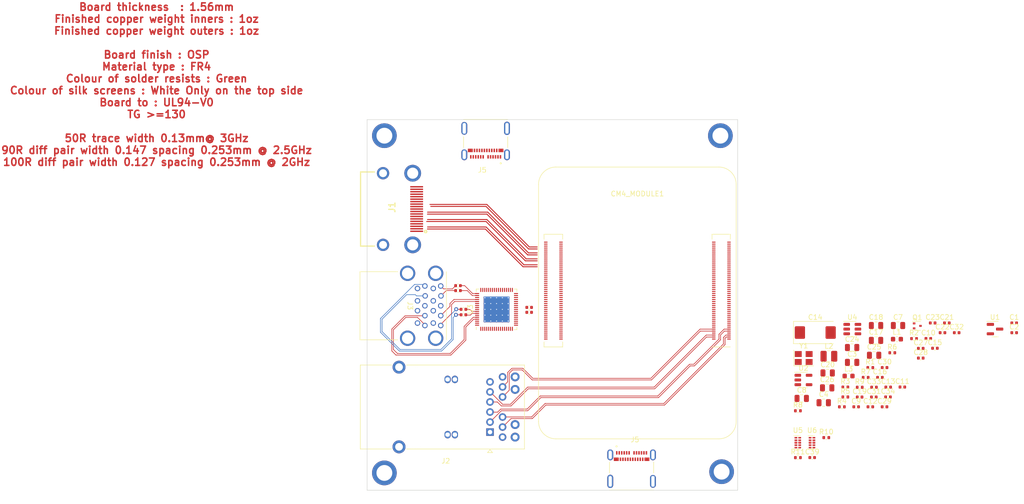
<source format=kicad_pcb>
(kicad_pcb (version 20211014) (generator pcbnew)
  (layers (0 "F.Cu" signal) (1 "In1.Cu" power) (2 "In2.Cu" power) (31 "B.Cu" signal) (34 "B.Paste" user) (35 "F.Paste" user) (36 "B.SilkS" user "B.Silkscreen") (37 "F.SilkS" user "F.Silkscreen") (38 "B.Mask" user) (39 "F.Mask" user) (44 "Edge.Cuts" user))
  (net 0 "")
  (net 132 "/CM4_docker1/CM4_HIGH_SPEED/HDMI0_CEC")
  (net 134 "/CM4_docker1/CM4_HIGH_SPEED/HDMI0_HOTPLUG")
  (net 151 "/CM4_docker1/CM4_HIGH_SPEED/HDMI0_D2_P")
  (net 153 "/CM4_docker1/CM4_HIGH_SPEED/HDMI0_D2_N")
  (net 157 "/CM4_docker1/CM4_HIGH_SPEED/HDMI0_D1_P")
  (net 159 "/CM4_docker1/CM4_HIGH_SPEED/HDMI0_D1_N")
  (net 163 "/CM4_docker1/CM4_HIGH_SPEED/HDMI0_D0_P")
  (net 165 "/CM4_docker1/CM4_HIGH_SPEED/HDMI0_D0_N")
  (net 169 "/CM4_docker1/CM4_HIGH_SPEED/HDMI0_CK_P")
  (net 171 "/CM4_docker1/CM4_HIGH_SPEED/HDMI0_CK_N")
  (net 180 "/CM4_docker1/CM4_HIGH_SPEED/HDMI0_SDA")
  (net 181 "/CM4_docker1/CM4_HIGH_SPEED/HDMI0_SCL")
  (net 182 "GND")
  (net 183 "/CM4_docker1/CM4_HIGH_SPEED/HDMI_5v")
  (net 185 "/CM4_docker1/CM4_HIGH_SPEED/+5v")
  (net 186 "/CM4_docker1/xHCI-USB3/+5v")
  (net 187 "/CM4_docker1/xHCI-USB3/+3.3v")
  (net 188 "/CM4_docker1/xHCI-USB3/A3.3v")
  (net 189 "Net-(C11-Pad1)")
  (net 190 "Net-(C12-Pad1)")
  (net 191 "Net-(C12-Pad2)")
  (net 192 "/CM4_docker1/xHCI-USB3/VBUS")
  (net 193 "Net-(C16-Pad1)")
  (net 194 "/CM4_docker1/xHCI-USB3/A1.05v")
  (net 195 "/CM4_docker1/xHCI-USB3/SSTX1_P")
  (net 196 "/CM4_docker1/xHCI-USB3/C1_P")
  (net 197 "/CM4_docker1/xHCI-USB3/SSTX1_N")
  (net 198 "/CM4_docker1/xHCI-USB3/C1_N")
  (net 199 "/CM4_docker1/xHCI-USB3/SSTX2_P")
  (net 200 "/CM4_docker1/xHCI-USB3/C2_P")
  (net 201 "/CM4_docker1/xHCI-USB3/SSTX2_N")
  (net 202 "/CM4_docker1/xHCI-USB3/C2_N")
  (net 203 "/CM4_docker1/xHCI-USB3/PD3_N")
  (net 204 "/CM4_docker1/xHCI-USB3/PD4_N")
  (net 205 "/CM4_docker1/xHCI-USB3/PD3_P")
  (net 206 "/CM4_docker1/xHCI-USB3/PD4_P")
  (net 207 "/CM4_docker1/xHCI-USB3/PD2_N")
  (net 208 "/CM4_docker1/xHCI-USB3/PD2_P")
  (net 209 "/CM4_docker1/xHCI-USB3/SSRX2_P")
  (net 210 "/CM4_docker1/xHCI-USB3/SSRX2_N")
  (net 211 "/CM4_docker1/xHCI-USB3/PD1_N")
  (net 212 "/CM4_docker1/xHCI-USB3/PD1_P")
  (net 213 "/CM4_docker1/xHCI-USB3/SSRX1_N")
  (net 214 "/CM4_docker1/xHCI-USB3/SSRX1_P")
  (net 215 "Net-(L2-Pad1)")
  (net 216 "/CM4_docker1/xHCI-USB3/nPWR")
  (net 217 "/CM4_docker1/xHCI-USB3/PWR")
  (net 218 "Net-(R1-Pad2)")
  (net 219 "/CM4_docker1/xHCI-USB3/nEXTRST")
  (net 220 "Net-(R5-Pad1)")
  (net 221 "Net-(R8-Pad1)")
  (net 222 "/CM4_docker1/xHCI-USB3/nOCS1")
  (net 242 "/CM4_docker1/CM4_HIGH_SPEED/PCIE_CLK_nREQ")
  (net 243 "/CM4_docker1/CM4_HIGH_SPEED/PCIE_nRST")
  (net 244 "/CM4_docker1/CM4_HIGH_SPEED/PCIE_CLK_P")
  (net 245 "/CM4_docker1/CM4_HIGH_SPEED/PCIE_CLK_N")
  (net 246 "/CM4_docker1/CM4_HIGH_SPEED/PCIE_RX_P")
  (net 247 "/CM4_docker1/CM4_HIGH_SPEED/PCIE_RX_N")
  (net 248 "/CM4_docker1/CM4_HIGH_SPEED/PCIE_TX_P")
  (net 249 "/CM4_docker1/CM4_HIGH_SPEED/PCIE_TX_N")
  (net 251 "/CM4_docker1/CM4_LOW_SPEED/TRD3_P")
  (net 252 "/CM4_docker1/CM4_LOW_SPEED/TRD1_P")
  (net 253 "/CM4_docker1/CM4_LOW_SPEED/TRD3_N")
  (net 254 "/CM4_docker1/CM4_LOW_SPEED/TRD1_N")
  (net 255 "/CM4_docker1/CM4_LOW_SPEED/TRD2_N")
  (net 256 "/CM4_docker1/CM4_LOW_SPEED/TRD0_N")
  (net 257 "/CM4_docker1/CM4_LOW_SPEED/TRD2_P")
  (net 258 "/CM4_docker1/CM4_LOW_SPEED/TRD0_P")
  (net 259 "/CM4_docker1/CM4_LOW_SPEED/ETH_LEDY")
  (net 260 "/CM4_docker1/CM4_LOW_SPEED/ETH_LEDG")
  (net 261 "/CM4_docker1/CM4_LOW_SPEED/+3.3v")
  (net 294 "Net-(C39-Pad1)")
  (net 295 "Net-(J2-Pad14)")
  (net 296 "Net-(J2-Pad15)")
  (net 297 "/CM4_docker1/xHCI-USB3/PEXTX_P")
  (net 298 "/CM4_docker1/xHCI-USB3/PEXTX_N")
  (footprint "Resistor_SMD:R_0402_1005Metric" (layer "F.Cu") (at 101.84 50.19)
    (fp_text reference "R1")
    (fp_text value "15K 1%")
  )
  (footprint "Capacitor_SMD:C_0402_1005Metric" (layer "F.Cu") (at 90.08 68.39)
    (fp_text reference "C39")
    (fp_text value "100n")
  )
  (footprint "Capacitor_SMD:C_0805_2012Metric" (layer "F.Cu") (at 103 41.67)
    (fp_text reference "C18")
    (fp_text value "10u")
  )
  (footprint "Capacitor_SMD:C_0402_1005Metric" (layer "F.Cu") (at 117.33 41.15)
    (fp_text reference "C21")
    (fp_text value "100n")
  )
  (footprint "Capacitor_SMD:C_0805_2012Metric" (layer "F.Cu") (at 92.41 57.29)
    (fp_text reference "C4")
    (fp_text value "10u")
  )
  (footprint "Capacitor_SMD:C_0402_1005Metric" (layer "F.Cu") (at 19.5 39.49)
    (fp_text reference "C38" hide)
    (fp_text value "100n")
  )
  (footprint "Capacitor_SMD:C_0402_1005Metric" (layer "F.Cu") (at 19.5 38.39)
    (fp_text reference "C37" hide)
    (fp_text value "100n")
  )
  (footprint "Connector_RJ:RJ45_Pulse_JK00177NL_Horizontal" (layer "F.Cu") (at 24.8775 63.2375 180)
    (fp_text reference "J2")
    (fp_text value "JK00177")
  )
  (footprint "Crystal:Crystal_SMD_SeikoEpson_FA238-4Pin_3.2x2.5mm" (layer "F.Cu") (at 88.36 48.24)
    (fp_text reference "Y1")
    (fp_text value "25MHz")
  )
  (footprint "Capacitor_SMD:C_0805_2012Metric" (layer "F.Cu") (at 102.61 47.69)
    (fp_text reference "C25")
    (fp_text value "10u")
  )
  (footprint "Resistor_SMD:R_0402_1005Metric" (layer "F.Cu") (at 99.7 54.17)
    (fp_text reference "R9")
    (fp_text value "15K 1%")
  )
  (footprint "Capacitor_SMD:C_0402_1005Metric" (layer "F.Cu") (at 32.8 39)
    (fp_text reference "C5" hide)
    (fp_text value "100n")
  )
  (footprint "Capacitor_Tantalum_SMD:CP_EIA-7343-31_Kemet-D" (layer "F.Cu") (at 90.705 43.09)
    (fp_text reference "C14")
    (fp_text value "100uF")
  )
  (footprint "CM4IO:Raspberry-Pi-4-Compute-Module" (layer "F.Cu") (at 71.2 13.1 180)
    (fp_text reference "CM4_MODULE1")
    (fp_text value "ComputeModule4-CM4")
  )
  (footprint "Package_SON:USON-10_2.5x1.0mm_P0.5mm" (layer "F.Cu") (at 87.17 65.38)
    (fp_text reference "U5")
    (fp_text value "TPD4EUSB30")
  )
  (footprint "CM4IO:MOLEX_105450-0101" (layer "F.Cu") (at 53.53 71.21)
    (fp_text reference "J5")
    (fp_text value "1054500101")
  )
  (footprint "Capacitor_SMD:C_0805_2012Metric" (layer "F.Cu") (at 98.16 49.13)
    (fp_text reference "C3")
    (fp_text value "10u")
  )
  (footprint "Capacitor_SMD:C_0402_1005Metric" (layer "F.Cu") (at 114.46 41.15)
    (fp_text reference "C23")
    (fp_text value "100n")
  )
  (footprint "CM4IO:MTCONN_UBAF30-D2011" (layer "F.Cu") (at 8.2 37.67 -90)
    (fp_text reference "J3")
    (fp_text value "USB3_A")
  )
  (footprint "Package_SON:USON-10_2.5x1.0mm_P0.5mm" (layer "F.Cu") (at 90.04 65.38)
    (fp_text reference "U6")
    (fp_text value "TPD4EUSB30")
  )
  (footprint "CM4IO:MOLEX_105450-0101" (layer "F.Cu") (at 23.99 3.7625 180)
    (fp_text reference "J5")
    (fp_text value "1054500101")
  )
  (footprint "Capacitor_SMD:C_0402_1005Metric" (layer "F.Cu") (at 102.59 54.16)
    (fp_text reference "C33")
    (fp_text value "100n")
  )
  (footprint "Capacitor_SMD:C_0402_1005Metric" (layer "F.Cu") (at 130.96 43.12)
    (fp_text reference "C2")
    (fp_text value "100n")
  )
  (footprint "Resistor_SMD:R_0402_1005Metric" (layer "F.Cu") (at 100.9 52.18)
    (fp_text reference "R7")
    (fp_text value "16K")
  )
  (footprint "Capacitor_SMD:C_0805_2012Metric" (layer "F.Cu") (at 103 44.68)
    (fp_text reference "C17")
    (fp_text value "10u")
  )
  (footprint "Capacitor_SMD:C_0402_1005Metric" (layer "F.Cu") (at 18.4 33.6)
    (fp_text reference "C35" hide)
    (fp_text value "100n")
  )
  (footprint "Capacitor_SMD:C_0402_1005Metric" (layer "F.Cu") (at 99.68 56.15)
    (fp_text reference "C19")
    (fp_text value "100n")
  )
  (footprint "Package_TO_SOT_SMD:SOT-23" (layer "F.Cu") (at 127.08 42.39)
    (fp_text reference "U1")
    (fp_text value "RT9742SNGV")
  )
  (footprint "Resistor_SMD:R_0402_1005Metric" (layer "F.Cu") (at 96.79 56.13)
    (fp_text reference "R5")
    (fp_text value "15K 1%")
  )
  (footprint "Resistor_SMD:R_0402_1005Metric" (layer "F.Cu") (at 96.79 54.14)
    (fp_text reference "R3")
    (fp_text value "15K 1%")
  )
  (footprint "Capacitor_SMD:C_0402_1005Metric" (layer "F.Cu") (at 104.73 50.18)
    (fp_text reference "C30")
    (fp_text value "100n")
  )
  (footprint "Resistor_SMD:R_0402_1005Metric" (layer "F.Cu") (at 106.29 47.18)
    (fp_text reference "R6")
    (fp_text value "12K 1%")
  )
  (footprint "Resistor_SMD:R_0402_1005Metric" (layer "F.Cu") (at 110.69 44.31)
    (fp_text reference "R2")
    (fp_text value "15K 1%")
  )
  (footprint "Capacitor_SMD:C_0402_1005Metric" (layer "F.Cu") (at 104.72 58.12)
    (fp_text reference "C29")
    (fp_text value "100n")
  )
  (footprint "Package_TO_SOT_SMD:SOT-23-6" (layer "F.Cu") (at 98.2 42.39)
    (fp_text reference "U4")
    (fp_text value "AP22653W6")
  )
  (footprint "Capacitor_SMD:C_0402_1005Metric" (layer "F.Cu") (at 18.4 34.6)
    (fp_text reference "C36" hide)
    (fp_text value "100n")
  )
  (footprint "Package_TO_SOT_SMD:SOT-523" (layer "F.Cu") (at 111.35 41.74)
    (fp_text reference "Q1")
    (fp_text value "DMG1012T")
  )
  (footprint "Capacitor_SMD:C_0805_2012Metric" (layer "F.Cu") (at 93.21 51.27)
    (fp_text reference "C20")
    (fp_text value "10u")
  )
  (footprint "Capacitor_SMD:C_0402_1005Metric" (layer "F.Cu") (at 98.98 58.12)
    (fp_text reference "C9")
    (fp_text value "100n")
  )
  (footprint "CM4IO:685119134923" (layer "F.Cu") (at 10.8285 18.0925 -90)
    (fp_text reference "J1")
    (fp_text value "HDMI" hide)
  )
  (footprint "Capacitor_SMD:C_0402_1005Metric" (layer "F.Cu") (at 112.05 46.29)
    (fp_text reference "C27")
    (fp_text value "100n")
  )
  (footprint "Capacitor_SMD:C_0402_1005Metric" (layer "F.Cu") (at 130.96 41.15)
    (fp_text reference "C1")
    (fp_text value "100n")
  )
  (footprint "Capacitor_SMD:C_0805_2012Metric" (layer "F.Cu") (at 87.96 56.42)
    (fp_text reference "C8")
    (fp_text value "10u")
  )
  (footprint "Capacitor_SMD:C_0402_1005Metric" (layer "F.Cu") (at 108.33 54.12)
    (fp_text reference "C11")
    (fp_text value "22pF")
  )
  (footprint "Resistor_SMD:R_0402_1005Metric" (layer "F.Cu") (at 96.09 58.12)
    (fp_text reference "R4")
    (fp_text value "15K 1%")
  )
  (footprint "Inductor_SMD:L_0603_1608Metric" (layer "F.Cu") (at 107.23 44.43)
    (fp_text reference "L1")
    (fp_text value "BLM18AG221SN1")
  )
  (footprint "Resistor_SMD:R_0402_1005Metric" (layer "F.Cu") (at 87.19 68.4)
    (fp_text reference "R11")
    (fp_text value "470R")
  )
  (footprint "Capacitor_SMD:C_0402_1005Metric" (layer "F.Cu") (at 32.8 38)
    (fp_text reference "C6" hide)
    (fp_text value "100n")
  )
  (footprint "Capacitor_SMD:C_0402_1005Metric" (layer "F.Cu") (at 116.45 43.12)
    (fp_text reference "C22")
    (fp_text value "100n")
  )
  (footprint "Capacitor_SMD:C_0402_1005Metric" (layer "F.Cu") (at 112.05 48.26)
    (fp_text reference "C28")
    (fp_text value "100n")
  )
  (footprint "Capacitor_SMD:C_0402_1005Metric" (layer "F.Cu") (at 101.85 58.12)
    (fp_text reference "C12")
    (fp_text value "22pF")
  )
  (footprint "Capacitor_SMD:C_0402_1005Metric" (layer "F.Cu") (at 119.32 43.12)
    (fp_text reference "C32")
    (fp_text value "100n")
  )
  (footprint "Capacitor_SMD:C_0402_1005Metric" (layer "F.Cu") (at 103.79 52.17)
    (fp_text reference "C16")
    (fp_text value "22pF")
  )
  (footprint "Capacitor_SMD:C_0402_1005Metric" (layer "F.Cu") (at 114.92 46.27)
    (fp_text reference "C15")
    (fp_text value "100n")
  )
  (footprint "Capacitor_SMD:C_0402_1005Metric" (layer "F.Cu") (at 105.42 56.13)
    (fp_text reference "C34")
    (fp_text value "100n")
  )
  (footprint "Capacitor_SMD:C_0402_1005Metric" (layer "F.Cu") (at 113.58 44.3)
    (fp_text reference "C10")
    (fp_text value "100n")
  )
  (footprint "Capacitor_SMD:C_0805_2012Metric" (layer "F.Cu") (at 93.11 54.28)
    (fp_text reference "C26")
    (fp_text value "10u")
  )
  (footprint "Capacitor_SMD:C_0402_1005Metric" (layer "F.Cu") (at 105.46 54.14)
    (fp_text reference "C13")
    (fp_text value "100n")
  )
  (footprint "Capacitor_SMD:C_0402_1005Metric" (layer "F.Cu") (at 102.55 56.15)
    (fp_text reference "C31")
    (fp_text value "100n")
  )
  (footprint "Inductor_SMD:L_0603_1608Metric" (layer "F.Cu") (at 97.44 51.89)
    (fp_text reference "L3")
    (fp_text value "BLM18AG221SN1")
  )
  (footprint "Resistor_SMD:R_0402_1005Metric" (layer "F.Cu") (at 87.19 58.92)
    (fp_text reference "R8")
    (fp_text value "6.04K")
  )
  (footprint "Package_TO_SOT_SMD:TSOT-23-5" (layer "F.Cu") (at 88.31 52.69)
    (fp_text reference "U2")
    (fp_text value "AP3429KTTR-G1")
  )
  (footprint "Capacitor_SMD:C_0805_2012Metric" (layer "F.Cu") (at 98.16 46.12)
    (fp_text reference "C24")
    (fp_text value "10u")
  )
  (footprint "Resistor_SMD:R_0402_1005Metric" (layer "F.Cu") (at 92.93 64.35)
    (fp_text reference "R10")
    (fp_text value "470R")
  )
  (footprint "Package_DFN_QFN:QFN-68-1EP_8x8mm_P0.4mm_EP5.2x5.2mm_ThermalVias" (layer "F.Cu") (at 26.2 38.4 90)
    (fp_text reference "U3")
    (fp_text value "VL805")
  )
  (footprint "Inductor_SMD:L_1008_2520Metric" (layer "F.Cu") (at 93.46 47.89)
    (fp_text reference "L2")
    (fp_text value "2.2uH")
  )
  (footprint "Capacitor_SMD:C_0805_2012Metric" (layer "F.Cu") (at 107.45 41.67)
    (fp_text reference "C7")
    (fp_text value "10u")
  )
  (gr_line (start 75 0) (end 75 75) (layer "Edge.Cuts") (width 0.1))
  (gr_line (start 0 75) (end 0 0) (layer "Edge.Cuts") (width 0.1))
  (gr_line (start 75 0) (end 0 0) (layer "Edge.Cuts") (width 0.1))
  (gr_line (start 0 75) (end 75 75) (layer "Edge.Cuts") (width 0.1))
  (gr_text "Board thickness  : 1.56mm\nFinished copper weight inners : 1oz\nFinished copper weight outers : 1oz\n\nBoard finish : OSP\nMaterial type : FR4\nColour of solder resists : Green\nColour of silk screens : White Only on the top side\nBoard to : UL94-V0\nTG >=130\n\n50R trace width 0.13mm@ 3GHz\n90R diff pair width 0.147 spacing 0.253mm @ 2.5GHz\n100R diff pair width 0.127 spacing 0.253mm @ 2GHz" (at -42.6 -7.11) (layer "F.Cu") (effects (font (size 1.5 1.5) (thickness 0.3))))
  (via (at 71.75 71.25) (size 5) (drill 3.2) (layers "F.Cu" "B.Cu") (net 0))
  (via (at 71.5 3.25) (size 5) (drill 3.2) (layers "F.Cu" "B.Cu") (net 0))
  (via (at 3.5 3.25) (size 5) (drill 3.2) (layers "F.Cu" "B.Cu") (net 0))
  (via (at 3.5 71.5) (size 5) (drill 3.2) (layers "F.Cu" "B.Cu") (net 0))
  (segment (start 31.564314 29.77) (end 23.924314 22.13) (width 0.2) (layer "F.Cu") (net 151))
  (segment (start 34.42 29.77) (end 31.564314 29.77) (width 0.2) (layer "F.Cu") (net 151))
  (segment (start 23.924314 22.13) (end 12.21 22.13) (width 0.2) (layer "F.Cu") (net 151))
  (segment (start 24.09 21.73) (end 12.241 21.73) (width 0.2) (layer "F.Cu") (net 153))
  (segment (start 31.73 29.37) (end 24.09 21.73) (width 0.2) (layer "F.Cu") (net 153))
  (segment (start 34.42 29.37) (end 31.73 29.37) (width 0.2) (layer "F.Cu") (net 153))
  (segment (start 24.074314 20.62) (end 12.065315 20.62) (width 0.2) (layer "F.Cu") (net 157))
  (segment (start 34.42 28.57) (end 32.024314 28.57) (width 0.2) (layer "F.Cu") (net 157))
  (segment (start 32.024314 28.57) (end 24.074314 20.62) (width 0.2) (layer "F.Cu") (net 157))
  (segment (start 32.19 28.17) (end 24.24 20.22) (width 0.2) (layer "F.Cu") (net 159))
  (segment (start 34.42 28.17) (end 32.19 28.17) (width 0.2) (layer "F.Cu") (net 159))
  (segment (start 24.24 20.22) (end 12.231 20.22) (width 0.2) (layer "F.Cu") (net 159))
  (segment (start 32.494314 27.37) (end 24.254314 19.13) (width 0.2) (layer "F.Cu") (net 163))
  (segment (start 24.254314 19.13) (end 12.221 19.13) (width 0.2) (layer "F.Cu") (net 163))
  (segment (start 34.42 27.37) (end 32.494314 27.37) (width 0.2) (layer "F.Cu") (net 163))
  (segment (start 32.66 26.97) (end 24.42 18.73) (width 0.2) (layer "F.Cu") (net 165))
  (segment (start 24.42 18.73) (end 12.241 18.73) (width 0.2) (layer "F.Cu") (net 165))
  (segment (start 34.42 26.97) (end 32.66 26.97) (width 0.2) (layer "F.Cu") (net 165))
  (segment (start 34.42 26.17) (end 32.674314 26.17) (width 0.2) (layer "F.Cu") (net 169))
  (segment (start 24.064314 17.56) (end 12.89 17.56) (width 0.2) (layer "F.Cu") (net 169))
  (segment (start 32.674314 26.17) (end 24.064314 17.56) (width 0.2) (layer "F.Cu") (net 169))
  (segment (start 34.42 25.77) (end 32.84 25.77) (width 0.2) (layer "F.Cu") (net 171))
  (segment (start 32.84 25.77) (end 24.23 17.16) (width 0.2) (layer "F.Cu") (net 171))
  (segment (start 24.23 17.16) (end 12.724315 17.16) (width 0.2) (layer "F.Cu") (net 171))
  (segment (start 17.27 34.25) (end 17.92 33.6) (width 0.127) (layer "F.Cu") (net 195))
  (segment (start 14.9 33.67) (end 15.48 34.25) (width 0.127) (layer "F.Cu") (net 195))
  (segment (start 15.48 34.25) (end 17.27 34.25) (width 0.127) (layer "F.Cu") (net 195))
  (segment (start 19.75 33.6) (end 21.35 35.2) (width 0.127) (layer "F.Cu") (net 196))
  (segment (start 21.35 35.2) (end 22.2625 35.2) (width 0.127) (layer "F.Cu") (net 196))
  (segment (start 18.88 33.6) (end 19.75 33.6) (width 0.127) (layer "F.Cu") (net 196))
  (segment (start 14.95 35.67) (end 16.043 34.577) (width 0.127) (layer "F.Cu") (net 197))
  (segment (start 16.043 34.577) (end 17.897 34.577) (width 0.127) (layer "F.Cu") (net 197))
  (segment (start 17.897 34.577) (end 17.92 34.6) (width 0.127) (layer "F.Cu") (net 197))
  (segment (start 20.287552 34.6) (end 18.88 34.6) (width 0.127) (layer "F.Cu") (net 198))
  (segment (start 21.287552 35.6) (end 20.287552 34.6) (width 0.127) (layer "F.Cu") (net 198))
  (segment (start 22.2625 35.6) (end 21.287552 35.6) (width 0.127) (layer "F.Cu") (net 198))
  (segment (start 19.02 38.39) (end 18.06 38.39) (width 0.127) (layer "F.Cu") (net 199))
  (segment (start 18.06 38.39) (end 18.04 38.37) (width 0.127) (layer "F.Cu") (net 199))
  (via (at 18.04 38.37) (size 0.8) (drill 0.4) (layers "F.Cu" "B.Cu") (net 199))
  (segment (start 18.04 38.37) (end 17.1 39.31) (width 0.127) (layer "B.Cu") (net 199))
  (segment (start 7.99 35.43) (end 9.77 35.43) (width 0.127) (layer "B.Cu") (net 199))
  (segment (start 14.94 46.52) (end 6.66 46.52) (width 0.127) (layer "B.Cu") (net 199))
  (segment (start 6.66 46.52) (end 3.03 42.89) (width 0.127) (layer "B.Cu") (net 199))
  (segment (start 10.01 35.67) (end 11.75 35.67) (width 0.127) (layer "B.Cu") (net 199))
  (segment (start 3.03 42.89) (end 3.03 40.39) (width 0.127) (layer "B.Cu") (net 199))
  (segment (start 9.77 35.43) (end 10.01 35.67) (width 0.127) (layer "B.Cu") (net 199))
  (segment (start 3.03 40.39) (end 7.99 35.43) (width 0.127) (layer "B.Cu") (net 199))
  (segment (start 17.1 44.36) (end 14.94 46.52) (width 0.127) (layer "B.Cu") (net 199))
  (segment (start 17.1 39.31) (end 17.1 44.36) (width 0.127) (layer "B.Cu") (net 199))
  (segment (start 21.19 38.8) (end 20.78 38.39) (width 0.127) (layer "F.Cu") (net 200))
  (segment (start 22.2625 38.8) (end 21.19 38.8) (width 0.127) (layer "F.Cu") (net 200))
  (segment (start 20.78 38.39) (end 19.98 38.39) (width 0.127) (layer "F.Cu") (net 200))
  (segment (start 17.99 39.49) (end 17.98 39.5) (width 0.127) (layer "F.Cu") (net 201))
  (segment (start 19.02 39.49) (end 17.99 39.49) (width 0.127) (layer "F.Cu") (net 201))
  (via (at 17.98 39.5) (size 0.8) (drill 0.4) (layers "F.Cu" "B.Cu") (net 201))
  (segment (start 2.703 43.025448) (end 2.703 40.254552) (width 0.127) (layer "B.Cu") (net 201))
  (segment (start 15.075448 46.847) (end 6.524552 46.847) (width 0.127) (layer "B.Cu") (net 201))
  (segment (start 11.3865 33.3565) (end 11.7 33.67) (width 0.127) (layer "B.Cu") (net 201))
  (segment (start 2.703 40.254552) (end 9.601052 33.3565) (width 0.127) (layer "B.Cu") (net 201))
  (segment (start 17.98 39.5) (end 17.427 40.053) (width 0.127) (layer "B.Cu") (net 201))
  (segment (start 9.601052 33.3565) (end 11.3865 33.3565) (width 0.127) (layer "B.Cu") (net 201))
  (segment (start 17.427 44.495448) (end 15.075448 46.847) (width 0.127) (layer "B.Cu") (net 201))
  (segment (start 6.524552 46.847) (end 2.703 43.025448) (width 0.127) (layer "B.Cu") (net 201))
  (segment (start 17.427 40.053) (end 17.427 44.495448) (width 0.127) (layer "B.Cu") (net 201))
  (segment (start 20.05 39.56) (end 19.98 39.49) (width 0.127) (layer "F.Cu") (net 202))
  (segment (start 22.2625 39.2) (end 21.27 39.2) (width 0.127) (layer "F.Cu") (net 202))
  (segment (start 20.91 39.56) (end 20.05 39.56) (width 0.127) (layer "F.Cu") (net 202))
  (segment (start 21.27 39.2) (end 20.91 39.56) (width 0.127) (layer "F.Cu") (net 202))
  (segment (start 6.133 47.323) (end 16.827 47.323) (width 0.127) (layer "F.Cu") (net 209))
  (segment (start 5.327 46.517) (end 6.133 47.323) (width 0.127) (layer "F.Cu") (net 209))
  (segment (start 16.827 47.323) (end 19.65 44.5) (width 0.127) (layer "F.Cu") (net 209))
  (segment (start 19.65 41.837552) (end 21.487552 40) (width 0.127) (layer "F.Cu") (net 209))
  (segment (start 5.327 42.523) (end 5.327 46.517) (width 0.127) (layer "F.Cu") (net 209))
  (segment (start 11.7 41.67) (end 11.7 41.519537) (width 0.127) (layer "F.Cu") (net 209))
  (segment (start 21.487552 40) (end 22.2625 40) (width 0.127) (layer "F.Cu") (net 209))
  (segment (start 19.65 44.5) (end 19.65 41.837552) (width 0.127) (layer "F.Cu") (net 209))
  (segment (start 11.7 41.519537) (end 10.207463 40.027) (width 0.127) (layer "F.Cu") (net 209))
  (segment (start 7.823 40.027) (end 5.327 42.523) (width 0.127) (layer "F.Cu") (net 209))
  (segment (start 10.207463 40.027) (end 7.823 40.027) (width 0.127) (layer "F.Cu") (net 209))
  (segment (start 7.687552 39.7) (end 5 42.387552) (width 0.127) (layer "F.Cu") (net 210))
  (segment (start 11.67 39.7) (end 7.687552 39.7) (width 0.127) (layer "F.Cu") (net 210))
  (segment (start 16.962448 47.65) (end 19.977 44.635448) (width 0.127) (layer "F.Cu") (net 210))
  (segment (start 19.977 41.973) (end 21.55 40.4) (width 0.127) (layer "F.Cu") (net 210))
  (segment (start 21.55 40.4) (end 22.2625 40.4) (width 0.127) (layer "F.Cu") (net 210))
  (segment (start 5 46.81) (end 5.84 47.65) (width 0.127) (layer "F.Cu") (net 210))
  (segment (start 5.84 47.65) (end 16.962448 47.65) (width 0.127) (layer "F.Cu") (net 210))
  (segment (start 11.7 39.67) (end 11.67 39.7) (width 0.127) (layer "F.Cu") (net 210))
  (segment (start 5 42.387552) (end 5 46.81) (width 0.127) (layer "F.Cu") (net 210))
  (segment (start 19.977 44.635448) (end 19.977 41.973) (width 0.127) (layer "F.Cu") (net 210))
  (segment (start 17.72 36.8) (end 22.2625 36.8) (width 0.127) (layer "F.Cu") (net 213))
  (segment (start 17.097 37.423) (end 17.72 36.8) (width 0.127) (layer "F.Cu") (net 213))
  (segment (start 17.097 39.243) (end 17.097 37.423) (width 0.127) (layer "F.Cu") (net 213))
  (segment (start 14.9 41.44) (end 17.097 39.243) (width 0.127) (layer "F.Cu") (net 213))
  (segment (start 14.9 41.67) (end 14.9 41.44) (width 0.127) (layer "F.Cu") (net 213))
  (segment (start 17.58 36.4) (end 22.2625 36.4) (width 0.127) (layer "F.Cu") (net 214))
  (segment (start 16.77 37.8) (end 16.77 37.21) (width 0.127) (layer "F.Cu") (net 214))
  (segment (start 14.9 39.67) (end 16.77 37.8) (width 0.127) (layer "F.Cu") (net 214))
  (segment (start 16.77 37.21) (end 17.58 36.4) (width 0.127) (layer "F.Cu") (net 214))
  (segment (start 72.447 45.525448) (end 60.202448 57.77) (width 0.127) (layer "F.Cu") (net 251))
  (segment (start 73.24 44) (end 72.68 44) (width 0.127) (layer "F.Cu") (net 251))
  (segment (start 60.202448 57.77) (end 36.17 57.77) (width 0.127) (layer "F.Cu") (net 251))
  (segment (start 33.44 60.5) (end 29.139 60.5) (width 0.127) (layer "F.Cu") (net 251))
  (segment (start 29.139 60.5) (end 27.4175 62.2215) (width 0.127) (layer "F.Cu") (net 251))
  (segment (start 72.447 44.233) (end 72.447 45.525448) (width 0.127) (layer "F.Cu") (net 251))
  (segment (start 36.17 57.77) (end 33.44 60.5) (width 0.127) (layer "F.Cu") (net 251))
  (segment (start 72.68 44) (end 72.447 44.233) (width 0.127) (layer "F.Cu") (net 251))
  (segment (start 68.692448 44) (end 58.222448 54.47) (width 0.127) (layer "F.Cu") (net 252))
  (segment (start 70.16 44) (end 68.692448 44) (width 0.127) (layer "F.Cu") (net 252))
  (segment (start 27.154552 57.937) (end 26.359052 57.1415) (width 0.127) (layer "F.Cu") (net 252))
  (segment (start 26.359052 57.1415) (end 24.8775 57.1415) (width 0.127) (layer "F.Cu") (net 252))
  (segment (start 58.222448 54.47) (end 32.612448 54.47) (width 0.127) (layer "F.Cu") (net 252))
  (segment (start 29.145448 57.937) (end 27.154552 57.937) (width 0.127) (layer "F.Cu") (net 252))
  (segment (start 32.612448 54.47) (end 29.145448 57.937) (width 0.127) (layer "F.Cu") (net 252))
  (segment (start 33.304552 60.173) (end 27.434 60.173) (width 0.127) (layer "F.Cu") (net 253))
  (segment (start 73.24 43.6) (end 72.61 43.6) (width 0.127) (layer "F.Cu") (net 253))
  (segment (start 60.067 57.443) (end 36.034552 57.443) (width 0.127) (layer "F.Cu") (net 253))
  (segment (start 72.12 44.09) (end 72.12 45.39) (width 0.127) (layer "F.Cu") (net 253))
  (segment (start 27.434 60.173) (end 27.4175 60.1895) (width 0.127) (layer "F.Cu") (net 253))
  (segment (start 72.12 45.39) (end 60.067 57.443) (width 0.127) (layer "F.Cu") (net 253))
  (segment (start 72.61 43.6) (end 72.12 44.09) (width 0.127) (layer "F.Cu") (net 253))
  (segment (start 36.034552 57.443) (end 33.304552 60.173) (width 0.127) (layer "F.Cu") (net 253))
  (segment (start 32.477 54.143) (end 29.01 57.61) (width 0.127) (layer "F.Cu") (net 254))
  (segment (start 27.42 57.61) (end 24.9195 55.1095) (width 0.127) (layer "F.Cu") (net 254))
  (segment (start 24.9195 55.1095) (end 24.8775 55.1095) (width 0.127) (layer "F.Cu") (net 254))
  (segment (start 29.01 57.61) (end 27.42 57.61) (width 0.127) (layer "F.Cu") (net 254))
  (segment (start 58.087 54.143) (end 32.477 54.143) (width 0.127) (layer "F.Cu") (net 254))
  (segment (start 68.63 43.6) (end 58.087 54.143) (width 0.127) (layer "F.Cu") (net 254))
  (segment (start 70.16 43.6) (end 68.63 43.6) (width 0.127) (layer "F.Cu") (net 254))
  (segment (start 71.537 44.545448) (end 66.245448 49.837) (width 0.127) (layer "F.Cu") (net 255))
  (segment (start 35.168104 56.257) (end 32.509104 58.916) (width 0.127) (layer "F.Cu") (net 255))
  (segment (start 65.393 49.837) (end 58.973 56.257) (width 0.127) (layer "F.Cu") (net 255))
  (segment (start 58.973 56.257) (end 35.168104 56.257) (width 0.127) (layer "F.Cu") (net 255))
  (segment (start 71.537 43.575448) (end 71.537 44.545448) (width 0.127) (layer "F.Cu") (net 255))
  (segment (start 32.509104 58.916) (end 27.167 58.916) (width 0.127) (layer "F.Cu") (net 255))
  (segment (start 73.24 42.8) (end 72.312448 42.8) (width 0.127) (layer "F.Cu") (net 255))
  (segment (start 72.312448 42.8) (end 71.537 43.575448) (width 0.127) (layer "F.Cu") (net 255))
  (segment (start 66.245448 49.837) (end 65.393 49.837) (width 0.127) (layer "F.Cu") (net 255))
  (segment (start 27.167 58.916) (end 24.8775 61.2055) (width 0.127) (layer "F.Cu") (net 255))
  (segment (start 29.44 50.65) (end 28.77 51.32) (width 0.127) (layer "F.Cu") (net 256))
  (segment (start 28.77 51.32) (end 28.77 54.773) (width 0.127) (layer "F.Cu") (net 256))
  (segment (start 57.56 52.68) (end 33.407552 52.68) (width 0.127) (layer "F.Cu") (net 256))
  (segment (start 33.407552 52.68) (end 31.377552 50.65) (width 0.127) (layer "F.Cu") (net 256))
  (segment (start 67.44 42.8) (end 57.56 52.68) (width 0.127) (layer "F.Cu") (net 256))
  (segment (start 70.16 42.8) (end 67.44 42.8) (width 0.127) (layer "F.Cu") (net 256))
  (segment (start 31.377552 50.65) (end 29.44 50.65) (width 0.127) (layer "F.Cu") (net 256))
  (segment (start 28.77 54.773) (end 27.4175 56.1255) (width 0.127) (layer "F.Cu") (net 256))
  (segment (start 65.257552 49.51) (end 58.837552 55.93) (width 0.127) (layer "F.Cu") (net 257))
  (segment (start 24.914 59.21) (end 24.8775 59.1735) (width 0.127) (layer "F.Cu") (net 257))
  (segment (start 32.373656 58.589) (end 27.031552 58.589) (width 0.127) (layer "F.Cu") (net 257))
  (segment (start 72.25 42.4) (end 71.21 43.44) (width 0.127) (layer "F.Cu") (net 257))
  (segment (start 35.032656 55.93) (end 32.373656 58.589) (width 0.127) (layer "F.Cu") (net 257))
  (segment (start 71.21 43.44) (end 71.21 44.41) (width 0.127) (layer "F.Cu") (net 257))
  (segment (start 73.24 42.4) (end 72.25 42.4) (width 0.127) (layer "F.Cu") (net 257))
  (segment (start 26.410552 59.21) (end 24.914 59.21) (width 0.127) (layer "F.Cu") (net 257))
  (segment (start 27.031552 58.589) (end 26.410552 59.21) (width 0.127) (layer "F.Cu") (net 257))
  (segment (start 58.837552 55.93) (end 35.032656 55.93) (width 0.127) (layer "F.Cu") (net 257))
  (segment (start 66.11 49.51) (end 65.257552 49.51) (width 0.127) (layer "F.Cu") (net 257))
  (segment (start 71.21 44.41) (end 66.11 49.51) (width 0.127) (layer "F.Cu") (net 257))
  (segment (start 29.304552 50.323) (end 28.443 51.184552) (width 0.127) (layer "F.Cu") (net 258))
  (segment (start 28.443 51.184552) (end 28.443 53.068) (width 0.127) (layer "F.Cu") (net 258))
  (segment (start 33.543 52.353) (end 31.513 50.323) (width 0.127) (layer "F.Cu") (net 258))
  (segment (start 28.443 53.068) (end 27.4175 54.0935) (width 0.127) (layer "F.Cu") (net 258))
  (segment (start 70.16 42.4) (end 67.377552 42.4) (width 0.127) (layer "F.Cu") (net 258))
  (segment (start 31.513 50.323) (end 29.304552 50.323) (width 0.127) (layer "F.Cu") (net 258))
  (segment (start 67.377552 42.4) (end 57.424552 52.353) (width 0.127) (layer "F.Cu") (net 258))
  (segment (start 57.424552 52.353) (end 33.543 52.353) (width 0.127) (layer "F.Cu") (net 258))
)
</source>
